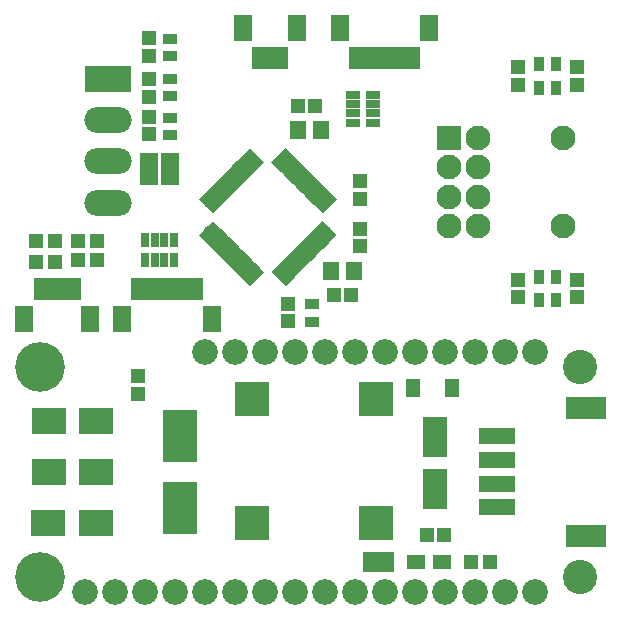
<source format=gts>
G04 #@! TF.GenerationSoftware,KiCad,Pcbnew,(2018-02-15 revision 29b28de31)-makepkg*
G04 #@! TF.CreationDate,2018-09-20T14:44:38+09:30*
G04 #@! TF.ProjectId,ATM90E3x_fw,41544D39304533785F66772E6B696361,rev?*
G04 #@! TF.SameCoordinates,Original*
G04 #@! TF.FileFunction,Soldermask,Top*
G04 #@! TF.FilePolarity,Negative*
%FSLAX46Y46*%
G04 Gerber Fmt 4.6, Leading zero omitted, Abs format (unit mm)*
G04 Created by KiCad (PCBNEW (2018-02-15 revision 29b28de31)-makepkg) date 09/20/18 14:44:38*
%MOMM*%
%LPD*%
G01*
G04 APERTURE LIST*
%ADD10R,2.100000X2.100000*%
%ADD11C,2.100000*%
%ADD12O,4.000000X2.200000*%
%ADD13R,4.000000X2.200000*%
%ADD14R,1.600000X2.200000*%
%ADD15R,1.000000X1.950000*%
%ADD16R,1.400000X1.650000*%
%ADD17R,2.900000X2.200000*%
%ADD18R,3.399740X1.898600*%
%ADD19R,3.138120X1.408380*%
%ADD20R,2.000000X3.400000*%
%ADD21R,2.900000X4.400000*%
%ADD22R,1.200000X1.150000*%
%ADD23R,1.150000X1.200000*%
%ADD24R,1.370000X1.670000*%
%ADD25R,1.300000X0.800000*%
%ADD26R,1.300000X1.600000*%
%ADD27R,1.200000X1.200000*%
%ADD28R,1.600000X1.300000*%
%ADD29R,0.800000X1.300000*%
%ADD30C,2.178000*%
%ADD31C,4.210000*%
%ADD32C,2.899360*%
%ADD33R,1.550000X1.400000*%
%ADD34R,0.900000X1.300000*%
%ADD35R,1.300000X0.900000*%
%ADD36R,2.900000X2.900000*%
%ADD37C,0.650000*%
%ADD38C,0.100000*%
G04 APERTURE END LIST*
D10*
X144145000Y-51725000D03*
D11*
X144145000Y-54225000D03*
X144145000Y-56725000D03*
X144145000Y-59225000D03*
X146645000Y-51725000D03*
X146645000Y-54225000D03*
X146645000Y-56725000D03*
X146645000Y-59225000D03*
X153825000Y-51725000D03*
X153825000Y-59225000D03*
D12*
X115316000Y-57236000D03*
X115316000Y-53736000D03*
X115316000Y-50236000D03*
D13*
X115316000Y-46736000D03*
D14*
X108192000Y-67041000D03*
X113792000Y-67041000D03*
D15*
X109492000Y-64516000D03*
X110492000Y-64516000D03*
X111492000Y-64516000D03*
X112492000Y-64516000D03*
X122779000Y-64531000D03*
X121779000Y-64531000D03*
X120779000Y-64531000D03*
X119779000Y-64531000D03*
X118779000Y-64531000D03*
X117779000Y-64531000D03*
D14*
X124079000Y-67056000D03*
X116479000Y-67056000D03*
X142494000Y-42418000D03*
X134894000Y-42418000D03*
D15*
X141194000Y-44943000D03*
X140194000Y-44943000D03*
X139194000Y-44943000D03*
X138194000Y-44943000D03*
X137194000Y-44943000D03*
X136194000Y-44943000D03*
D14*
X131318000Y-42418000D03*
X126718000Y-42418000D03*
D15*
X130018000Y-44943000D03*
X129018000Y-44943000D03*
X128018000Y-44943000D03*
D16*
X134144000Y-62992000D03*
X136144000Y-62992000D03*
X131350000Y-51054000D03*
X133350000Y-51054000D03*
D17*
X114236000Y-84328000D03*
X110236000Y-84328000D03*
X114268000Y-80010000D03*
X110268000Y-80010000D03*
X114268000Y-75692000D03*
X110268000Y-75692000D03*
D18*
X155735020Y-85407500D03*
X155735020Y-74609960D03*
D19*
X148236940Y-83009740D03*
X148236940Y-81008220D03*
X148236940Y-79011780D03*
X148236940Y-77010260D03*
D20*
X143002000Y-77048000D03*
X143002000Y-81448000D03*
D21*
X121412000Y-83060000D03*
X121412000Y-76960000D03*
D22*
X142252000Y-85344000D03*
X143752000Y-85344000D03*
D23*
X117856000Y-71894000D03*
X117856000Y-73394000D03*
D24*
X138816000Y-87630000D03*
X137536000Y-87630000D03*
D25*
X137756000Y-49676000D03*
X137756000Y-48876000D03*
X137756000Y-50476000D03*
X137756000Y-48076000D03*
X136056000Y-50476000D03*
X136056000Y-49676000D03*
X136056000Y-48876000D03*
X136056000Y-48076000D03*
D26*
X141098000Y-72898000D03*
X144398000Y-72898000D03*
D27*
X146012000Y-87630000D03*
X147612000Y-87630000D03*
D28*
X141394000Y-87630000D03*
X143594000Y-87630000D03*
D29*
X120034000Y-60364000D03*
X119234000Y-60364000D03*
X120834000Y-60364000D03*
X118434000Y-60364000D03*
X120834000Y-62064000D03*
X120034000Y-62064000D03*
X119234000Y-62064000D03*
X118434000Y-62064000D03*
D30*
X113335000Y-90220800D03*
X115875000Y-90220800D03*
X118415000Y-90220800D03*
X120955000Y-90220800D03*
X123495000Y-90220800D03*
X126035000Y-90220800D03*
X128575000Y-90220800D03*
X131115000Y-90220800D03*
X133655000Y-90220800D03*
X136195000Y-90220800D03*
X138735000Y-90220800D03*
X141275000Y-90220800D03*
X143815000Y-90220800D03*
X146355000Y-90220800D03*
X148895000Y-90220800D03*
X151435000Y-90220800D03*
X151435000Y-69900800D03*
X148895000Y-69900800D03*
X146355000Y-69900800D03*
X143815000Y-69900800D03*
X141275000Y-69900800D03*
X138735000Y-69900800D03*
X136195000Y-69900800D03*
X133655000Y-69900800D03*
X131115000Y-69900800D03*
X128575000Y-69900800D03*
X126035000Y-69900800D03*
X123495000Y-69900800D03*
D31*
X109525000Y-71170800D03*
X109525000Y-88950800D03*
D32*
X155245000Y-71170800D03*
X155245000Y-88950800D03*
D22*
X131342000Y-49022000D03*
X132842000Y-49022000D03*
D23*
X118745000Y-44807000D03*
X118745000Y-43307000D03*
X136652000Y-60936000D03*
X136652000Y-59436000D03*
D22*
X134378000Y-65024000D03*
X135878000Y-65024000D03*
D23*
X130556000Y-65786000D03*
X130556000Y-67286000D03*
X118745000Y-51435000D03*
X118745000Y-49935000D03*
X150000000Y-45750000D03*
X150000000Y-47250000D03*
X136652000Y-56896000D03*
X136652000Y-55396000D03*
X155000000Y-45750000D03*
X155000000Y-47250000D03*
X150000000Y-63750000D03*
X150000000Y-65250000D03*
X155000000Y-63750000D03*
X155000000Y-65250000D03*
X118745000Y-48260000D03*
X118745000Y-46760000D03*
D33*
X120509000Y-53656000D03*
X118759000Y-53656000D03*
X118759000Y-55056000D03*
X120509000Y-55056000D03*
D34*
X151750000Y-63500000D03*
X153250000Y-63500000D03*
X153250000Y-65500000D03*
X151750000Y-65500000D03*
D35*
X120523000Y-43331000D03*
X120523000Y-44831000D03*
X120523000Y-46736000D03*
X120523000Y-48236000D03*
X132588000Y-67310000D03*
X132588000Y-65810000D03*
X120523000Y-50038000D03*
X120523000Y-51538000D03*
D36*
X127492000Y-84344000D03*
X137992000Y-84344000D03*
X137992000Y-73844000D03*
X127492000Y-73844000D03*
D27*
X114338000Y-60452000D03*
X112738000Y-60452000D03*
X109182000Y-60452000D03*
X110782000Y-60452000D03*
X109182000Y-62230000D03*
X110782000Y-62230000D03*
X114338000Y-62103000D03*
X112738000Y-62103000D03*
D34*
X153250000Y-45500000D03*
X151750000Y-45500000D03*
X151750000Y-47500000D03*
X153250000Y-47500000D03*
D37*
X133831458Y-57311429D03*
D38*
G36*
X134202689Y-56480579D02*
X134662308Y-56940198D01*
X133460227Y-58142279D01*
X133000608Y-57682660D01*
X134202689Y-56480579D01*
X134202689Y-56480579D01*
G37*
D37*
X133477905Y-56957876D03*
D38*
G36*
X133849136Y-56127026D02*
X134308755Y-56586645D01*
X133106674Y-57788726D01*
X132647055Y-57329107D01*
X133849136Y-56127026D01*
X133849136Y-56127026D01*
G37*
D37*
X133124351Y-56604322D03*
D38*
G36*
X133495582Y-55773472D02*
X133955201Y-56233091D01*
X132753120Y-57435172D01*
X132293501Y-56975553D01*
X133495582Y-55773472D01*
X133495582Y-55773472D01*
G37*
D37*
X132770798Y-56250769D03*
D38*
G36*
X133142029Y-55419919D02*
X133601648Y-55879538D01*
X132399567Y-57081619D01*
X131939948Y-56622000D01*
X133142029Y-55419919D01*
X133142029Y-55419919D01*
G37*
D37*
X132417245Y-55897216D03*
D38*
G36*
X132788476Y-55066366D02*
X133248095Y-55525985D01*
X132046014Y-56728066D01*
X131586395Y-56268447D01*
X132788476Y-55066366D01*
X132788476Y-55066366D01*
G37*
D37*
X132063691Y-55543662D03*
D38*
G36*
X132434922Y-54712812D02*
X132894541Y-55172431D01*
X131692460Y-56374512D01*
X131232841Y-55914893D01*
X132434922Y-54712812D01*
X132434922Y-54712812D01*
G37*
D37*
X131710138Y-55190109D03*
D38*
G36*
X132081369Y-54359259D02*
X132540988Y-54818878D01*
X131338907Y-56020959D01*
X130879288Y-55561340D01*
X132081369Y-54359259D01*
X132081369Y-54359259D01*
G37*
D37*
X131356584Y-54836555D03*
D38*
G36*
X131727815Y-54005705D02*
X132187434Y-54465324D01*
X130985353Y-55667405D01*
X130525734Y-55207786D01*
X131727815Y-54005705D01*
X131727815Y-54005705D01*
G37*
D37*
X131003031Y-54483002D03*
D38*
G36*
X131374262Y-53652152D02*
X131833881Y-54111771D01*
X130631800Y-55313852D01*
X130172181Y-54854233D01*
X131374262Y-53652152D01*
X131374262Y-53652152D01*
G37*
D37*
X130649478Y-54129449D03*
D38*
G36*
X131020709Y-53298599D02*
X131480328Y-53758218D01*
X130278247Y-54960299D01*
X129818628Y-54500680D01*
X131020709Y-53298599D01*
X131020709Y-53298599D01*
G37*
D37*
X130295924Y-53775895D03*
D38*
G36*
X130667155Y-52945045D02*
X131126774Y-53404664D01*
X129924693Y-54606745D01*
X129465074Y-54147126D01*
X130667155Y-52945045D01*
X130667155Y-52945045D01*
G37*
D37*
X129942371Y-53422342D03*
D38*
G36*
X130313602Y-52591492D02*
X130773221Y-53051111D01*
X129571140Y-54253192D01*
X129111521Y-53793573D01*
X130313602Y-52591492D01*
X130313602Y-52591492D01*
G37*
D37*
X127679629Y-53422342D03*
D38*
G36*
X126848779Y-53051111D02*
X127308398Y-52591492D01*
X128510479Y-53793573D01*
X128050860Y-54253192D01*
X126848779Y-53051111D01*
X126848779Y-53051111D01*
G37*
D37*
X127326076Y-53775895D03*
D38*
G36*
X126495226Y-53404664D02*
X126954845Y-52945045D01*
X128156926Y-54147126D01*
X127697307Y-54606745D01*
X126495226Y-53404664D01*
X126495226Y-53404664D01*
G37*
D37*
X126972522Y-54129449D03*
D38*
G36*
X126141672Y-53758218D02*
X126601291Y-53298599D01*
X127803372Y-54500680D01*
X127343753Y-54960299D01*
X126141672Y-53758218D01*
X126141672Y-53758218D01*
G37*
D37*
X126618969Y-54483002D03*
D38*
G36*
X125788119Y-54111771D02*
X126247738Y-53652152D01*
X127449819Y-54854233D01*
X126990200Y-55313852D01*
X125788119Y-54111771D01*
X125788119Y-54111771D01*
G37*
D37*
X126265416Y-54836555D03*
D38*
G36*
X125434566Y-54465324D02*
X125894185Y-54005705D01*
X127096266Y-55207786D01*
X126636647Y-55667405D01*
X125434566Y-54465324D01*
X125434566Y-54465324D01*
G37*
D37*
X125911862Y-55190109D03*
D38*
G36*
X125081012Y-54818878D02*
X125540631Y-54359259D01*
X126742712Y-55561340D01*
X126283093Y-56020959D01*
X125081012Y-54818878D01*
X125081012Y-54818878D01*
G37*
D37*
X125558309Y-55543662D03*
D38*
G36*
X124727459Y-55172431D02*
X125187078Y-54712812D01*
X126389159Y-55914893D01*
X125929540Y-56374512D01*
X124727459Y-55172431D01*
X124727459Y-55172431D01*
G37*
D37*
X125204755Y-55897216D03*
D38*
G36*
X124373905Y-55525985D02*
X124833524Y-55066366D01*
X126035605Y-56268447D01*
X125575986Y-56728066D01*
X124373905Y-55525985D01*
X124373905Y-55525985D01*
G37*
D37*
X124851202Y-56250769D03*
D38*
G36*
X124020352Y-55879538D02*
X124479971Y-55419919D01*
X125682052Y-56622000D01*
X125222433Y-57081619D01*
X124020352Y-55879538D01*
X124020352Y-55879538D01*
G37*
D37*
X124497649Y-56604322D03*
D38*
G36*
X123666799Y-56233091D02*
X124126418Y-55773472D01*
X125328499Y-56975553D01*
X124868880Y-57435172D01*
X123666799Y-56233091D01*
X123666799Y-56233091D01*
G37*
D37*
X124144095Y-56957876D03*
D38*
G36*
X123313245Y-56586645D02*
X123772864Y-56127026D01*
X124974945Y-57329107D01*
X124515326Y-57788726D01*
X123313245Y-56586645D01*
X123313245Y-56586645D01*
G37*
D37*
X123790542Y-57311429D03*
D38*
G36*
X122959692Y-56940198D02*
X123419311Y-56480579D01*
X124621392Y-57682660D01*
X124161773Y-58142279D01*
X122959692Y-56940198D01*
X122959692Y-56940198D01*
G37*
D37*
X123790542Y-59574171D03*
D38*
G36*
X124161773Y-58743321D02*
X124621392Y-59202940D01*
X123419311Y-60405021D01*
X122959692Y-59945402D01*
X124161773Y-58743321D01*
X124161773Y-58743321D01*
G37*
D37*
X124144095Y-59927724D03*
D38*
G36*
X124515326Y-59096874D02*
X124974945Y-59556493D01*
X123772864Y-60758574D01*
X123313245Y-60298955D01*
X124515326Y-59096874D01*
X124515326Y-59096874D01*
G37*
D37*
X124497649Y-60281278D03*
D38*
G36*
X124868880Y-59450428D02*
X125328499Y-59910047D01*
X124126418Y-61112128D01*
X123666799Y-60652509D01*
X124868880Y-59450428D01*
X124868880Y-59450428D01*
G37*
D37*
X124851202Y-60634831D03*
D38*
G36*
X125222433Y-59803981D02*
X125682052Y-60263600D01*
X124479971Y-61465681D01*
X124020352Y-61006062D01*
X125222433Y-59803981D01*
X125222433Y-59803981D01*
G37*
D37*
X125204755Y-60988384D03*
D38*
G36*
X125575986Y-60157534D02*
X126035605Y-60617153D01*
X124833524Y-61819234D01*
X124373905Y-61359615D01*
X125575986Y-60157534D01*
X125575986Y-60157534D01*
G37*
D37*
X125558309Y-61341938D03*
D38*
G36*
X125929540Y-60511088D02*
X126389159Y-60970707D01*
X125187078Y-62172788D01*
X124727459Y-61713169D01*
X125929540Y-60511088D01*
X125929540Y-60511088D01*
G37*
D37*
X125911862Y-61695491D03*
D38*
G36*
X126283093Y-60864641D02*
X126742712Y-61324260D01*
X125540631Y-62526341D01*
X125081012Y-62066722D01*
X126283093Y-60864641D01*
X126283093Y-60864641D01*
G37*
D37*
X126265416Y-62049045D03*
D38*
G36*
X126636647Y-61218195D02*
X127096266Y-61677814D01*
X125894185Y-62879895D01*
X125434566Y-62420276D01*
X126636647Y-61218195D01*
X126636647Y-61218195D01*
G37*
D37*
X126618969Y-62402598D03*
D38*
G36*
X126990200Y-61571748D02*
X127449819Y-62031367D01*
X126247738Y-63233448D01*
X125788119Y-62773829D01*
X126990200Y-61571748D01*
X126990200Y-61571748D01*
G37*
D37*
X126972522Y-62756151D03*
D38*
G36*
X127343753Y-61925301D02*
X127803372Y-62384920D01*
X126601291Y-63587001D01*
X126141672Y-63127382D01*
X127343753Y-61925301D01*
X127343753Y-61925301D01*
G37*
D37*
X127326076Y-63109705D03*
D38*
G36*
X127697307Y-62278855D02*
X128156926Y-62738474D01*
X126954845Y-63940555D01*
X126495226Y-63480936D01*
X127697307Y-62278855D01*
X127697307Y-62278855D01*
G37*
D37*
X127679629Y-63463258D03*
D38*
G36*
X128050860Y-62632408D02*
X128510479Y-63092027D01*
X127308398Y-64294108D01*
X126848779Y-63834489D01*
X128050860Y-62632408D01*
X128050860Y-62632408D01*
G37*
D37*
X129942371Y-63463258D03*
D38*
G36*
X129111521Y-63092027D02*
X129571140Y-62632408D01*
X130773221Y-63834489D01*
X130313602Y-64294108D01*
X129111521Y-63092027D01*
X129111521Y-63092027D01*
G37*
D37*
X130295924Y-63109705D03*
D38*
G36*
X129465074Y-62738474D02*
X129924693Y-62278855D01*
X131126774Y-63480936D01*
X130667155Y-63940555D01*
X129465074Y-62738474D01*
X129465074Y-62738474D01*
G37*
D37*
X130649478Y-62756151D03*
D38*
G36*
X129818628Y-62384920D02*
X130278247Y-61925301D01*
X131480328Y-63127382D01*
X131020709Y-63587001D01*
X129818628Y-62384920D01*
X129818628Y-62384920D01*
G37*
D37*
X131003031Y-62402598D03*
D38*
G36*
X130172181Y-62031367D02*
X130631800Y-61571748D01*
X131833881Y-62773829D01*
X131374262Y-63233448D01*
X130172181Y-62031367D01*
X130172181Y-62031367D01*
G37*
D37*
X131356584Y-62049045D03*
D38*
G36*
X130525734Y-61677814D02*
X130985353Y-61218195D01*
X132187434Y-62420276D01*
X131727815Y-62879895D01*
X130525734Y-61677814D01*
X130525734Y-61677814D01*
G37*
D37*
X131710138Y-61695491D03*
D38*
G36*
X130879288Y-61324260D02*
X131338907Y-60864641D01*
X132540988Y-62066722D01*
X132081369Y-62526341D01*
X130879288Y-61324260D01*
X130879288Y-61324260D01*
G37*
D37*
X132063691Y-61341938D03*
D38*
G36*
X131232841Y-60970707D02*
X131692460Y-60511088D01*
X132894541Y-61713169D01*
X132434922Y-62172788D01*
X131232841Y-60970707D01*
X131232841Y-60970707D01*
G37*
D37*
X132417245Y-60988384D03*
D38*
G36*
X131586395Y-60617153D02*
X132046014Y-60157534D01*
X133248095Y-61359615D01*
X132788476Y-61819234D01*
X131586395Y-60617153D01*
X131586395Y-60617153D01*
G37*
D37*
X132770798Y-60634831D03*
D38*
G36*
X131939948Y-60263600D02*
X132399567Y-59803981D01*
X133601648Y-61006062D01*
X133142029Y-61465681D01*
X131939948Y-60263600D01*
X131939948Y-60263600D01*
G37*
D37*
X133124351Y-60281278D03*
D38*
G36*
X132293501Y-59910047D02*
X132753120Y-59450428D01*
X133955201Y-60652509D01*
X133495582Y-61112128D01*
X132293501Y-59910047D01*
X132293501Y-59910047D01*
G37*
D37*
X133477905Y-59927724D03*
D38*
G36*
X132647055Y-59556493D02*
X133106674Y-59096874D01*
X134308755Y-60298955D01*
X133849136Y-60758574D01*
X132647055Y-59556493D01*
X132647055Y-59556493D01*
G37*
D37*
X133831458Y-59574171D03*
D38*
G36*
X133000608Y-59202940D02*
X133460227Y-58743321D01*
X134662308Y-59945402D01*
X134202689Y-60405021D01*
X133000608Y-59202940D01*
X133000608Y-59202940D01*
G37*
M02*

</source>
